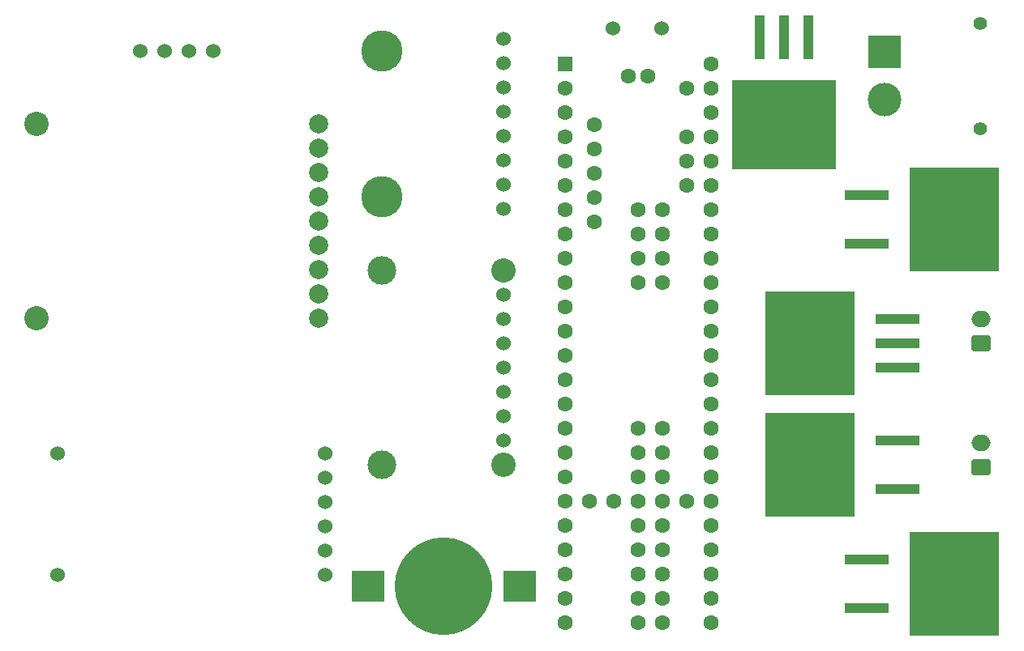
<source format=gbr>
%TF.GenerationSoftware,KiCad,Pcbnew,(6.0.5)*%
%TF.CreationDate,2023-01-08T16:18:02-05:00*%
%TF.ProjectId,GHOUL2,47484f55-4c32-42e6-9b69-6361645f7063,rev?*%
%TF.SameCoordinates,Original*%
%TF.FileFunction,Soldermask,Top*%
%TF.FilePolarity,Negative*%
%FSLAX46Y46*%
G04 Gerber Fmt 4.6, Leading zero omitted, Abs format (unit mm)*
G04 Created by KiCad (PCBNEW (6.0.5)) date 2023-01-08 16:18:02*
%MOMM*%
%LPD*%
G01*
G04 APERTURE LIST*
G04 Aperture macros list*
%AMRoundRect*
0 Rectangle with rounded corners*
0 $1 Rounding radius*
0 $2 $3 $4 $5 $6 $7 $8 $9 X,Y pos of 4 corners*
0 Add a 4 corners polygon primitive as box body*
4,1,4,$2,$3,$4,$5,$6,$7,$8,$9,$2,$3,0*
0 Add four circle primitives for the rounded corners*
1,1,$1+$1,$2,$3*
1,1,$1+$1,$4,$5*
1,1,$1+$1,$6,$7*
1,1,$1+$1,$8,$9*
0 Add four rect primitives between the rounded corners*
20,1,$1+$1,$2,$3,$4,$5,0*
20,1,$1+$1,$4,$5,$6,$7,0*
20,1,$1+$1,$6,$7,$8,$9,0*
20,1,$1+$1,$8,$9,$2,$3,0*%
G04 Aperture macros list end*
%ADD10C,1.524000*%
%ADD11C,4.318000*%
%ADD12R,1.600000X1.600000*%
%ADD13C,1.600000*%
%ADD14R,4.600000X1.100000*%
%ADD15R,9.400000X10.800000*%
%ADD16C,2.540000*%
%ADD17C,2.550000*%
%ADD18C,3.000000*%
%ADD19R,1.100000X4.600000*%
%ADD20R,10.800000X9.400000*%
%ADD21RoundRect,0.250000X0.750000X-0.600000X0.750000X0.600000X-0.750000X0.600000X-0.750000X-0.600000X0*%
%ADD22O,2.000000X1.700000*%
%ADD23R,3.500000X3.300000*%
%ADD24C,10.200000*%
%ADD25C,2.000000*%
%ADD26C,3.500000*%
%ADD27R,3.500000X3.500000*%
%ADD28C,1.400000*%
G04 APERTURE END LIST*
D10*
%TO.C,U10*%
X145955000Y-90075000D03*
X145955000Y-87535000D03*
X145955000Y-84995000D03*
X145955000Y-82455000D03*
X145955000Y-79915000D03*
X145955000Y-77375000D03*
X145955000Y-74835000D03*
X145955000Y-72295000D03*
D11*
X133255000Y-88805000D03*
X133255000Y-73565000D03*
%TD*%
D12*
%TO.C,U1*%
X152400000Y-74930000D03*
D13*
X152400000Y-77470000D03*
X152400000Y-80010000D03*
X152400000Y-82550000D03*
X152400000Y-85090000D03*
X152400000Y-87630000D03*
X152400000Y-90170000D03*
X152400000Y-92710000D03*
X152400000Y-95250000D03*
X152400000Y-97790000D03*
X152400000Y-100330000D03*
X152400000Y-102870000D03*
X152400000Y-105410000D03*
X152400000Y-107950000D03*
X152400000Y-110490000D03*
X152400000Y-113030000D03*
X152400000Y-115570000D03*
X152400000Y-118110000D03*
X152400000Y-120650000D03*
X152400000Y-123190000D03*
X152400000Y-125730000D03*
X152400000Y-128270000D03*
X152400000Y-130810000D03*
X152400000Y-133350000D03*
X154940000Y-120650000D03*
X157480000Y-120650000D03*
X160020000Y-120650000D03*
X162560000Y-120650000D03*
X165100000Y-120650000D03*
X167640000Y-133350000D03*
X167640000Y-130810000D03*
X167640000Y-128270000D03*
X167640000Y-125730000D03*
X167640000Y-123190000D03*
X167640000Y-120650000D03*
X167640000Y-118110000D03*
X167640000Y-115570000D03*
X167640000Y-113030000D03*
X167640000Y-110490000D03*
X167640000Y-107950000D03*
X167640000Y-105410000D03*
X167640000Y-102870000D03*
X167640000Y-100330000D03*
X167640000Y-97790000D03*
X167640000Y-95250000D03*
X167640000Y-92710000D03*
X167640000Y-90170000D03*
X167640000Y-87630000D03*
X167640000Y-85090000D03*
X167640000Y-82550000D03*
X167640000Y-80010000D03*
X167640000Y-77470000D03*
X167640000Y-74930000D03*
X165100000Y-77470000D03*
X165100000Y-82550000D03*
X165100000Y-85090000D03*
X165100000Y-87630000D03*
X155400000Y-81280000D03*
X155400000Y-83820000D03*
X155400000Y-86360000D03*
X155400000Y-88900000D03*
X155400000Y-91440000D03*
X160020000Y-90170000D03*
X160020000Y-92710000D03*
X160020000Y-95250000D03*
X160020000Y-97790000D03*
X160020000Y-113030000D03*
X160020000Y-115570000D03*
X160020000Y-118110000D03*
X160020000Y-123190000D03*
X160020000Y-125730000D03*
X160020000Y-128270000D03*
X160020000Y-130810000D03*
X160020000Y-133350000D03*
X162560000Y-133350000D03*
X162560000Y-130810000D03*
X162560000Y-128270000D03*
X162560000Y-125730000D03*
X162560000Y-123190000D03*
X162560000Y-118110000D03*
X162560000Y-115570000D03*
X162560000Y-113030000D03*
X162560000Y-97790000D03*
X162560000Y-95250000D03*
X162560000Y-92710000D03*
X162560000Y-90170000D03*
X161030000Y-76200000D03*
X159010000Y-76200000D03*
%TD*%
D14*
%TO.C,Q1*%
X183885000Y-126765000D03*
D15*
X193035000Y-129305000D03*
D14*
X183885000Y-131845000D03*
%TD*%
D16*
%TO.C,U3*%
X145955000Y-96520000D03*
D17*
X145955000Y-116840000D03*
D18*
X133255000Y-116840000D03*
X133255000Y-96520000D03*
D10*
X145955000Y-99060000D03*
X145955000Y-101600000D03*
X145955000Y-104140000D03*
X145955000Y-106680000D03*
X145955000Y-109220000D03*
X145955000Y-111760000D03*
X145955000Y-114300000D03*
%TD*%
%TO.C,C1*%
X162465000Y-71215000D03*
X157385000Y-71215000D03*
%TD*%
D19*
%TO.C,U2*%
X172720000Y-72130000D03*
X175260000Y-72130000D03*
D20*
X175260000Y-81280000D03*
D19*
X177800000Y-72130000D03*
%TD*%
D10*
%TO.C,U4*%
X108045000Y-73565000D03*
X110585000Y-73565000D03*
X113125000Y-73565000D03*
X115665000Y-73565000D03*
%TD*%
D21*
%TO.C,U6*%
X195810000Y-104140000D03*
D22*
X195810000Y-101640000D03*
%TD*%
D23*
%TO.C,BT1*%
X131800000Y-129540000D03*
X147600000Y-129540000D03*
D24*
X139700000Y-129540000D03*
%TD*%
D10*
%TO.C,U8*%
X127310000Y-125825000D03*
X127310000Y-123285000D03*
X127310000Y-120745000D03*
X127310000Y-118205000D03*
X127310000Y-128365000D03*
X127310000Y-115665000D03*
X99370000Y-115665000D03*
X99370000Y-128365000D03*
%TD*%
D16*
%TO.C,U7*%
X97187000Y-81185000D03*
X97187000Y-101505000D03*
D25*
X126651000Y-81185000D03*
X126651000Y-83725000D03*
X126651000Y-86265000D03*
X126651000Y-88805000D03*
X126651000Y-91345000D03*
X126651000Y-93885000D03*
X126651000Y-96425000D03*
X126651000Y-98965000D03*
X126651000Y-101505000D03*
%TD*%
D14*
%TO.C,R1*%
X187065000Y-119380000D03*
D15*
X177915000Y-116840000D03*
D14*
X187065000Y-114300000D03*
%TD*%
%TO.C,Q2*%
X183890000Y-88665000D03*
D15*
X193040000Y-91205000D03*
D14*
X183890000Y-93745000D03*
%TD*%
%TO.C,U5*%
X187065000Y-101600000D03*
D15*
X177915000Y-104140000D03*
D14*
X187065000Y-104140000D03*
X187065000Y-106680000D03*
%TD*%
D22*
%TO.C,U9*%
X195810000Y-114575000D03*
D21*
X195810000Y-117075000D03*
%TD*%
D26*
%TO.C,J1*%
X185775000Y-78700000D03*
D27*
X185775000Y-73700000D03*
D28*
X195775000Y-81700000D03*
X195775000Y-70700000D03*
%TD*%
M02*

</source>
